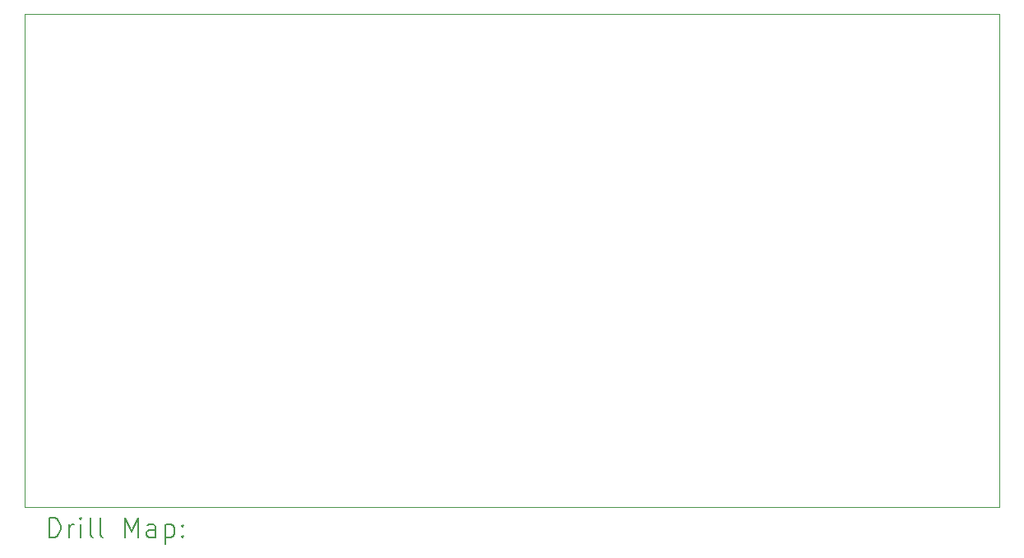
<source format=gbr>
%FSLAX45Y45*%
G04 Gerber Fmt 4.5, Leading zero omitted, Abs format (unit mm)*
G04 Created by KiCad (PCBNEW 6.0.4-6f826c9f35~116~ubuntu20.04.1) date 2022-05-17 19:46:28*
%MOMM*%
%LPD*%
G01*
G04 APERTURE LIST*
%TA.AperFunction,Profile*%
%ADD10C,0.100000*%
%TD*%
%ADD11C,0.200000*%
G04 APERTURE END LIST*
D10*
X6350000Y-7239000D02*
X6350000Y-12319000D01*
X16383000Y-12319000D02*
X16383000Y-7239000D01*
X6350000Y-12319000D02*
X16383000Y-12319000D01*
X16383000Y-7239000D02*
X6350000Y-7239000D01*
D11*
X6602619Y-12634476D02*
X6602619Y-12434476D01*
X6650238Y-12434476D01*
X6678809Y-12444000D01*
X6697857Y-12463048D01*
X6707381Y-12482095D01*
X6716905Y-12520190D01*
X6716905Y-12548762D01*
X6707381Y-12586857D01*
X6697857Y-12605905D01*
X6678809Y-12624952D01*
X6650238Y-12634476D01*
X6602619Y-12634476D01*
X6802619Y-12634476D02*
X6802619Y-12501143D01*
X6802619Y-12539238D02*
X6812143Y-12520190D01*
X6821667Y-12510667D01*
X6840714Y-12501143D01*
X6859762Y-12501143D01*
X6926428Y-12634476D02*
X6926428Y-12501143D01*
X6926428Y-12434476D02*
X6916905Y-12444000D01*
X6926428Y-12453524D01*
X6935952Y-12444000D01*
X6926428Y-12434476D01*
X6926428Y-12453524D01*
X7050238Y-12634476D02*
X7031190Y-12624952D01*
X7021667Y-12605905D01*
X7021667Y-12434476D01*
X7155000Y-12634476D02*
X7135952Y-12624952D01*
X7126428Y-12605905D01*
X7126428Y-12434476D01*
X7383571Y-12634476D02*
X7383571Y-12434476D01*
X7450238Y-12577333D01*
X7516905Y-12434476D01*
X7516905Y-12634476D01*
X7697857Y-12634476D02*
X7697857Y-12529714D01*
X7688333Y-12510667D01*
X7669286Y-12501143D01*
X7631190Y-12501143D01*
X7612143Y-12510667D01*
X7697857Y-12624952D02*
X7678809Y-12634476D01*
X7631190Y-12634476D01*
X7612143Y-12624952D01*
X7602619Y-12605905D01*
X7602619Y-12586857D01*
X7612143Y-12567809D01*
X7631190Y-12558286D01*
X7678809Y-12558286D01*
X7697857Y-12548762D01*
X7793095Y-12501143D02*
X7793095Y-12701143D01*
X7793095Y-12510667D02*
X7812143Y-12501143D01*
X7850238Y-12501143D01*
X7869286Y-12510667D01*
X7878809Y-12520190D01*
X7888333Y-12539238D01*
X7888333Y-12596381D01*
X7878809Y-12615428D01*
X7869286Y-12624952D01*
X7850238Y-12634476D01*
X7812143Y-12634476D01*
X7793095Y-12624952D01*
X7974048Y-12615428D02*
X7983571Y-12624952D01*
X7974048Y-12634476D01*
X7964524Y-12624952D01*
X7974048Y-12615428D01*
X7974048Y-12634476D01*
X7974048Y-12510667D02*
X7983571Y-12520190D01*
X7974048Y-12529714D01*
X7964524Y-12520190D01*
X7974048Y-12510667D01*
X7974048Y-12529714D01*
M02*

</source>
